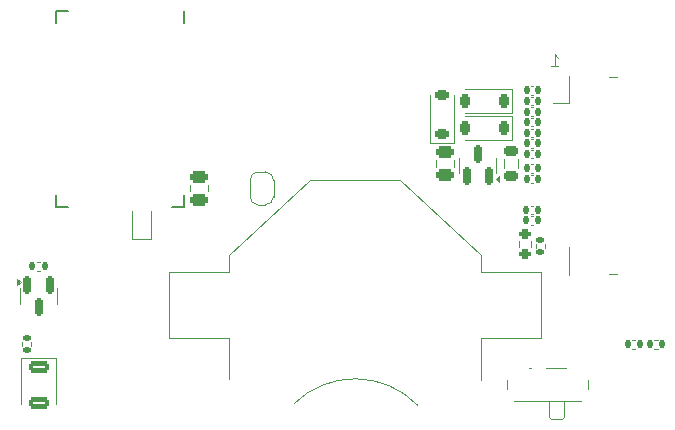
<source format=gbr>
%TF.GenerationSoftware,KiCad,Pcbnew,8.99.0-unknown-7a4b3602b9~181~ubuntu24.04.1*%
%TF.CreationDate,2024-12-15T13:41:54-05:00*%
%TF.ProjectId,nRF54L_ePaper,6e524635-344c-45f6-9550-617065722e6b,rev?*%
%TF.SameCoordinates,Original*%
%TF.FileFunction,Legend,Bot*%
%TF.FilePolarity,Positive*%
%FSLAX46Y46*%
G04 Gerber Fmt 4.6, Leading zero omitted, Abs format (unit mm)*
G04 Created by KiCad (PCBNEW 8.99.0-unknown-7a4b3602b9~181~ubuntu24.04.1) date 2024-12-15 13:41:54*
%MOMM*%
%LPD*%
G01*
G04 APERTURE LIST*
G04 Aperture macros list*
%AMRoundRect*
0 Rectangle with rounded corners*
0 $1 Rounding radius*
0 $2 $3 $4 $5 $6 $7 $8 $9 X,Y pos of 4 corners*
0 Add a 4 corners polygon primitive as box body*
4,1,4,$2,$3,$4,$5,$6,$7,$8,$9,$2,$3,0*
0 Add four circle primitives for the rounded corners*
1,1,$1+$1,$2,$3*
1,1,$1+$1,$4,$5*
1,1,$1+$1,$6,$7*
1,1,$1+$1,$8,$9*
0 Add four rect primitives between the rounded corners*
20,1,$1+$1,$2,$3,$4,$5,0*
20,1,$1+$1,$4,$5,$6,$7,0*
20,1,$1+$1,$6,$7,$8,$9,0*
20,1,$1+$1,$8,$9,$2,$3,0*%
%AMFreePoly0*
4,1,23,0.500000,-0.750000,0.000000,-0.750000,0.000000,-0.745722,-0.065263,-0.745722,-0.191342,-0.711940,-0.304381,-0.646677,-0.396677,-0.554381,-0.461940,-0.441342,-0.495722,-0.315263,-0.495722,-0.250000,-0.500000,-0.250000,-0.500000,0.250000,-0.495722,0.250000,-0.495722,0.315263,-0.461940,0.441342,-0.396677,0.554381,-0.304381,0.646677,-0.191342,0.711940,-0.065263,0.745722,0.000000,0.745722,
0.000000,0.750000,0.500000,0.750000,0.500000,-0.750000,0.500000,-0.750000,$1*%
%AMFreePoly1*
4,1,23,0.000000,0.745722,0.065263,0.745722,0.191342,0.711940,0.304381,0.646677,0.396677,0.554381,0.461940,0.441342,0.495722,0.315263,0.495722,0.250000,0.500000,0.250000,0.500000,-0.250000,0.495722,-0.250000,0.495722,-0.315263,0.461940,-0.441342,0.396677,-0.554381,0.304381,-0.646677,0.191342,-0.711940,0.065263,-0.745722,0.000000,-0.745722,0.000000,-0.750000,-0.500000,-0.750000,
-0.500000,0.750000,0.000000,0.750000,0.000000,0.745722,0.000000,0.745722,$1*%
G04 Aperture macros list end*
%ADD10C,0.100000*%
%ADD11C,0.120000*%
%ADD12C,0.150000*%
%ADD13R,1.700000X1.700000*%
%ADD14O,1.700000X1.700000*%
%ADD15C,0.990600*%
%ADD16RoundRect,0.135000X-0.135000X-0.185000X0.135000X-0.185000X0.135000X0.185000X-0.135000X0.185000X0*%
%ADD17RoundRect,0.135000X-0.185000X0.135000X-0.185000X-0.135000X0.185000X-0.135000X0.185000X0.135000X0*%
%ADD18RoundRect,0.140000X-0.140000X-0.170000X0.140000X-0.170000X0.140000X0.170000X-0.140000X0.170000X0*%
%ADD19RoundRect,0.225000X0.375000X-0.225000X0.375000X0.225000X-0.375000X0.225000X-0.375000X-0.225000X0*%
%ADD20R,1.300000X0.300000*%
%ADD21R,3.000000X2.000000*%
%ADD22FreePoly0,90.000000*%
%ADD23FreePoly1,90.000000*%
%ADD24RoundRect,0.225000X0.225000X0.375000X-0.225000X0.375000X-0.225000X-0.375000X0.225000X-0.375000X0*%
%ADD25RoundRect,0.200000X-0.275000X0.200000X-0.275000X-0.200000X0.275000X-0.200000X0.275000X0.200000X0*%
%ADD26RoundRect,0.135000X0.135000X0.185000X-0.135000X0.185000X-0.135000X-0.185000X0.135000X-0.185000X0*%
%ADD27R,5.000000X5.000000*%
%ADD28R,4.000000X4.000000*%
%ADD29O,2.400000X1.800000*%
%ADD30RoundRect,0.190000X-0.685000X0.285000X-0.685000X-0.285000X0.685000X-0.285000X0.685000X0.285000X0*%
%ADD31RoundRect,0.150000X-0.150000X0.587500X-0.150000X-0.587500X0.150000X-0.587500X0.150000X0.587500X0*%
%ADD32R,1.000000X0.800000*%
%ADD33C,0.900000*%
%ADD34R,0.700000X1.500000*%
%ADD35RoundRect,0.250000X0.475000X-0.250000X0.475000X0.250000X-0.475000X0.250000X-0.475000X-0.250000X0*%
%ADD36R,1.100000X0.600000*%
%ADD37RoundRect,0.150000X0.150000X-0.587500X0.150000X0.587500X-0.150000X0.587500X-0.150000X-0.587500X0*%
%ADD38C,0.400000*%
%ADD39R,0.400000X0.500000*%
%ADD40RoundRect,0.218750X-0.381250X0.218750X-0.381250X-0.218750X0.381250X-0.218750X0.381250X0.218750X0*%
G04 APERTURE END LIST*
D10*
X145602306Y-43762419D02*
X146173734Y-43762419D01*
X145888020Y-43762419D02*
X145888020Y-42762419D01*
X145888020Y-42762419D02*
X145983258Y-42905276D01*
X145983258Y-42905276D02*
X146078496Y-43000514D01*
X146078496Y-43000514D02*
X146173734Y-43048133D01*
D11*
%TO.C,R7*%
X102353641Y-60320000D02*
X102046359Y-60320000D01*
X102353641Y-61080000D02*
X102046359Y-61080000D01*
%TO.C,R9*%
X152743641Y-66920000D02*
X152436359Y-66920000D01*
X152743641Y-67680000D02*
X152436359Y-67680000D01*
%TO.C,R8*%
X100820000Y-67453641D02*
X100820000Y-67146359D01*
X101580000Y-67453641D02*
X101580000Y-67146359D01*
%TO.C,C23*%
X144082836Y-55565000D02*
X143867164Y-55565000D01*
X144082836Y-56285000D02*
X143867164Y-56285000D01*
%TO.C,D1*%
X135375000Y-46225000D02*
X135375000Y-50235000D01*
X135375000Y-50235000D02*
X137375000Y-50235000D01*
X137375000Y-46225000D02*
X137375000Y-50235000D01*
%TO.C,J2*%
X145800000Y-46900000D02*
X147100000Y-46900000D01*
X147100000Y-44600000D02*
X147100000Y-46900000D01*
X147100000Y-61400000D02*
X147100000Y-59100000D01*
X151180000Y-44630000D02*
X150500000Y-44630000D01*
X151180000Y-61370000D02*
X150500000Y-61370000D01*
%TO.C,C14*%
X144107836Y-46340000D02*
X143892164Y-46340000D01*
X144107836Y-47060000D02*
X143892164Y-47060000D01*
%TO.C,JP1*%
X120100000Y-54800000D02*
X120100000Y-53400000D01*
X120800000Y-52700000D02*
X121400000Y-52700000D01*
X121400000Y-55500000D02*
X120800000Y-55500000D01*
X122100000Y-53400000D02*
X122100000Y-54800000D01*
X120100000Y-53400000D02*
G75*
G02*
X120800000Y-52700000I700000J0D01*
G01*
X120800000Y-55500000D02*
G75*
G02*
X120100000Y-54800000I-1J699999D01*
G01*
X121400000Y-52700000D02*
G75*
G02*
X122100000Y-53400000I0J-700000D01*
G01*
X122100000Y-54800000D02*
G75*
G02*
X121400000Y-55500000I-699999J-1D01*
G01*
%TO.C,D3*%
X138300000Y-45700000D02*
X142310000Y-45700000D01*
X138300000Y-47700000D02*
X142310000Y-47700000D01*
X142310000Y-47700000D02*
X142310000Y-45700000D01*
%TO.C,C24*%
X144082836Y-56440000D02*
X143867164Y-56440000D01*
X144082836Y-57160000D02*
X143867164Y-57160000D01*
%TO.C,C20*%
X144107836Y-50840000D02*
X143892164Y-50840000D01*
X144107836Y-51560000D02*
X143892164Y-51560000D01*
%TO.C,R1*%
X144320000Y-59153641D02*
X144320000Y-58846359D01*
X145080000Y-59153641D02*
X145080000Y-58846359D01*
%TO.C,C15*%
X144107836Y-47240000D02*
X143892164Y-47240000D01*
X144107836Y-47960000D02*
X143892164Y-47960000D01*
%TO.C,R3*%
X142877500Y-59037258D02*
X142877500Y-58562742D01*
X143922500Y-59037258D02*
X143922500Y-58562742D01*
%TO.C,C22*%
X144107836Y-52040000D02*
X143892164Y-52040000D01*
X144107836Y-52760000D02*
X143892164Y-52760000D01*
%TO.C,C19*%
X144107836Y-49940000D02*
X143892164Y-49940000D01*
X144107836Y-50660000D02*
X143892164Y-50660000D01*
%TO.C,R10*%
X154336359Y-66920000D02*
X154643641Y-66920000D01*
X154336359Y-67680000D02*
X154643641Y-67680000D01*
%TO.C,BT1*%
X113250000Y-66800000D02*
X113250000Y-61200000D01*
X118320000Y-59750000D02*
X118320000Y-61200000D01*
X118320000Y-61200000D02*
X113250000Y-61200000D01*
X118320000Y-66800000D02*
X113250000Y-66800000D01*
X118320000Y-70280000D02*
X118320000Y-66800000D01*
X125200000Y-53370000D02*
X118320000Y-59750000D01*
X125200000Y-53370000D02*
X132800000Y-53370000D01*
X132800000Y-53370000D02*
X139680000Y-59750000D01*
X139680000Y-59750000D02*
X139680000Y-61200000D01*
X139680000Y-66800000D02*
X144750000Y-66800000D01*
X139680000Y-70350000D02*
X139680000Y-66800000D01*
X144750000Y-61200000D02*
X139680000Y-61200000D01*
X144750000Y-66800000D02*
X144750000Y-61200000D01*
X123830001Y-72330001D02*
G75*
G02*
X134306422Y-72467392I5169999J-5270000D01*
G01*
%TO.C,D4*%
X100740000Y-68465000D02*
X100740000Y-72350000D01*
X103660000Y-68465000D02*
X100740000Y-68465000D01*
X103660000Y-72350000D02*
X103660000Y-68465000D01*
%TO.C,Q2*%
X100640000Y-62550000D02*
X100640000Y-63200000D01*
X100640000Y-63850000D02*
X100640000Y-63200000D01*
X103760000Y-62550000D02*
X103760000Y-63200000D01*
X103760000Y-63850000D02*
X103760000Y-63200000D01*
X100690000Y-62037500D02*
X100360000Y-62277500D01*
X100360000Y-61797500D01*
X100690000Y-62037500D01*
G36*
X100690000Y-62037500D02*
G01*
X100360000Y-62277500D01*
X100360000Y-61797500D01*
X100690000Y-62037500D01*
G37*
%TO.C,C18*%
X144107836Y-49040000D02*
X143892164Y-49040000D01*
X144107836Y-49760000D02*
X143892164Y-49760000D01*
%TO.C,D2*%
X138305000Y-48000000D02*
X142315000Y-48000000D01*
X138305000Y-50000000D02*
X142315000Y-50000000D01*
X142315000Y-50000000D02*
X142315000Y-48000000D01*
%TO.C,C17*%
X144107836Y-48140000D02*
X143892164Y-48140000D01*
X144107836Y-48860000D02*
X143892164Y-48860000D01*
%TO.C,SW5*%
X141850000Y-70330000D02*
X141850000Y-71120000D01*
X142450000Y-72130000D02*
X148150000Y-72130000D01*
X143700000Y-69280000D02*
X143900000Y-69280000D01*
X145200000Y-69280000D02*
X146900000Y-69280000D01*
X145400000Y-72130000D02*
X145400000Y-73420000D01*
X145600000Y-73630000D02*
X145400000Y-73420000D01*
X145600000Y-73630000D02*
X146500000Y-73630000D01*
X146500000Y-73630000D02*
X146700000Y-73420000D01*
X146700000Y-73420000D02*
X146700000Y-72130000D01*
X148750000Y-71120000D02*
X148750000Y-70330000D01*
%TO.C,C1*%
X115065000Y-53838748D02*
X115065000Y-54361252D01*
X116535000Y-53838748D02*
X116535000Y-54361252D01*
%TO.C,C21*%
X144107836Y-52940000D02*
X143892164Y-52940000D01*
X144107836Y-53660000D02*
X143892164Y-53660000D01*
%TO.C,Y2*%
X110100000Y-55975000D02*
X110100000Y-58375000D01*
X110100000Y-58375000D02*
X111700000Y-58375000D01*
X111700000Y-58375000D02*
X111700000Y-55975000D01*
%TO.C,C13*%
X144107836Y-45440000D02*
X143892164Y-45440000D01*
X144107836Y-46160000D02*
X143892164Y-46160000D01*
%TO.C,C2*%
X135895000Y-51728748D02*
X135895000Y-52251252D01*
X137365000Y-51728748D02*
X137365000Y-52251252D01*
%TO.C,Q1*%
X137827500Y-51500000D02*
X137827500Y-52150000D01*
X137827500Y-52800000D02*
X137827500Y-52150000D01*
X140947500Y-51500000D02*
X140947500Y-52150000D01*
X140947500Y-52800000D02*
X140947500Y-52150000D01*
X141227500Y-53552500D02*
X140897500Y-53312500D01*
X141227500Y-53072500D01*
X141227500Y-53552500D01*
G36*
X141227500Y-53552500D02*
G01*
X140897500Y-53312500D01*
X141227500Y-53072500D01*
X141227500Y-53552500D01*
G37*
D12*
%TO.C,U1*%
X103700000Y-39100000D02*
X104700000Y-39100000D01*
X103700000Y-40100000D02*
X103700000Y-39100000D01*
X103700000Y-55700000D02*
X103700000Y-54700000D01*
X104700000Y-55700000D02*
X103700000Y-55700000D01*
X113500000Y-55700000D02*
X114500000Y-55700000D01*
X114500000Y-39100000D02*
X114500000Y-40100000D01*
X114500000Y-55700000D02*
X114500000Y-54700000D01*
D11*
%TO.C,L4*%
X141640000Y-52399622D02*
X141640000Y-51600378D01*
X142760000Y-52399622D02*
X142760000Y-51600378D01*
%TD*%
%LPC*%
D13*
%TO.C,JP2*%
X118300000Y-56775000D03*
D14*
X118300000Y-54235000D03*
%TD*%
D13*
%TO.C,J1*%
X101600000Y-50500000D03*
D14*
X101600000Y-53040000D03*
X101600000Y-55580000D03*
X101600000Y-58120000D03*
%TD*%
D15*
%TO.C,J4*%
X111797500Y-70750000D03*
X116877500Y-69734000D03*
X116877500Y-71766000D03*
%TD*%
D16*
%TO.C,R7*%
X101690000Y-60700000D03*
X102710000Y-60700000D03*
%TD*%
%TO.C,R9*%
X152080000Y-67300000D03*
X153100000Y-67300000D03*
%TD*%
D17*
%TO.C,R8*%
X101200000Y-66790000D03*
X101200000Y-67810000D03*
%TD*%
D18*
%TO.C,C23*%
X143495000Y-55925000D03*
X144455000Y-55925000D03*
%TD*%
D19*
%TO.C,D1*%
X136375000Y-49525000D03*
X136375000Y-46225000D03*
%TD*%
D20*
%TO.C,J2*%
X146450000Y-47250000D03*
X146450000Y-47750000D03*
X146450000Y-48250000D03*
X146450000Y-48750000D03*
X146450000Y-49250000D03*
X146450000Y-49750000D03*
X146450000Y-50250000D03*
X146450000Y-50750000D03*
X146450000Y-51250000D03*
X146450000Y-51750000D03*
X146450000Y-52250000D03*
X146450000Y-52750000D03*
X146450000Y-53250000D03*
X146450000Y-53750000D03*
X146450000Y-54250000D03*
X146450000Y-54750000D03*
X146450000Y-55250000D03*
X146450000Y-55750000D03*
X146450000Y-56250000D03*
X146450000Y-56750000D03*
X146450000Y-57250000D03*
X146450000Y-57750000D03*
X146450000Y-58250000D03*
X146450000Y-58750000D03*
D21*
X148800000Y-45600000D03*
X148800000Y-60400000D03*
%TD*%
D18*
%TO.C,C14*%
X143520000Y-46700000D03*
X144480000Y-46700000D03*
%TD*%
D22*
%TO.C,JP1*%
X121100000Y-54750000D03*
D23*
X121100000Y-53450000D03*
%TD*%
D24*
%TO.C,D3*%
X141600000Y-46700000D03*
X138300000Y-46700000D03*
%TD*%
D18*
%TO.C,C24*%
X143495000Y-56800000D03*
X144455000Y-56800000D03*
%TD*%
%TO.C,C20*%
X143520000Y-51200000D03*
X144480000Y-51200000D03*
%TD*%
D17*
%TO.C,R1*%
X144700000Y-58490000D03*
X144700000Y-59510000D03*
%TD*%
D18*
%TO.C,C15*%
X143520000Y-47600000D03*
X144480000Y-47600000D03*
%TD*%
D25*
%TO.C,R3*%
X143400000Y-57975000D03*
X143400000Y-59625000D03*
%TD*%
D18*
%TO.C,C22*%
X143520000Y-52400000D03*
X144480000Y-52400000D03*
%TD*%
%TO.C,C19*%
X143520000Y-50300000D03*
X144480000Y-50300000D03*
%TD*%
D26*
%TO.C,R10*%
X155000000Y-67300000D03*
X153980000Y-67300000D03*
%TD*%
D27*
%TO.C,BT1*%
X116050000Y-64000000D03*
X141950000Y-64000000D03*
D28*
X129000000Y-64000000D03*
%TD*%
D29*
%TO.C,D4*%
X102200000Y-70750000D03*
D30*
X102200000Y-69200000D03*
X102200000Y-72300000D03*
%TD*%
D31*
%TO.C,Q2*%
X101250000Y-62262500D03*
X103150000Y-62262500D03*
X102200000Y-64137500D03*
%TD*%
D18*
%TO.C,C18*%
X143520000Y-49400000D03*
X144480000Y-49400000D03*
%TD*%
D24*
%TO.C,D2*%
X141605000Y-49000000D03*
X138305000Y-49000000D03*
%TD*%
D18*
%TO.C,C17*%
X143520000Y-48500000D03*
X144480000Y-48500000D03*
%TD*%
D32*
%TO.C,SW5*%
X148950000Y-71830000D03*
X148950000Y-69620000D03*
D33*
X146800000Y-70730000D03*
X143800000Y-70730000D03*
D32*
X141650000Y-71830000D03*
X141650000Y-69620000D03*
D34*
X147550000Y-68970000D03*
X144550000Y-68970000D03*
X143050000Y-68970000D03*
%TD*%
D35*
%TO.C,C1*%
X115800000Y-55050000D03*
X115800000Y-53150000D03*
%TD*%
D18*
%TO.C,C21*%
X143520000Y-53300000D03*
X144480000Y-53300000D03*
%TD*%
D36*
%TO.C,Y2*%
X110900000Y-57875000D03*
X110900000Y-56475000D03*
%TD*%
D18*
%TO.C,C13*%
X143520000Y-45800000D03*
X144480000Y-45800000D03*
%TD*%
D35*
%TO.C,C2*%
X136630000Y-52940000D03*
X136630000Y-51040000D03*
%TD*%
D37*
%TO.C,Q1*%
X140337500Y-53087500D03*
X138437500Y-53087500D03*
X139387500Y-51212500D03*
%TD*%
D38*
%TO.C,U1*%
X113150000Y-47600000D03*
X113150000Y-49400000D03*
D39*
X113150000Y-55050000D03*
D38*
X113150000Y-54800000D03*
X112250000Y-47600000D03*
X112250000Y-48500000D03*
X112250000Y-49400000D03*
X112250000Y-50300000D03*
X112250000Y-51200000D03*
X112250000Y-52100000D03*
X112250000Y-53000000D03*
X112250000Y-53900000D03*
D39*
X112250000Y-55050000D03*
D38*
X112250000Y-54800000D03*
X111350000Y-53900000D03*
D39*
X111350000Y-55050000D03*
D38*
X111350000Y-54800000D03*
X110450000Y-47600000D03*
X110450000Y-53900000D03*
D39*
X110450000Y-55050000D03*
D38*
X110450000Y-54800000D03*
X109550000Y-47600000D03*
X109550000Y-53900000D03*
D39*
X109550000Y-55050000D03*
D38*
X109550000Y-54800000D03*
X108650000Y-47600000D03*
X108650000Y-53900000D03*
D39*
X108650000Y-55050000D03*
D38*
X108650000Y-54800000D03*
X107750000Y-48500000D03*
X107750000Y-53900000D03*
D39*
X107750000Y-55050000D03*
D38*
X107750000Y-54800000D03*
X106850000Y-48500000D03*
X106850000Y-53900000D03*
D39*
X106850000Y-55050000D03*
D38*
X106850000Y-54800000D03*
X105950000Y-48500000D03*
X105950000Y-49400000D03*
X105950000Y-50300000D03*
X105950000Y-51200000D03*
X105950000Y-52100000D03*
X105950000Y-53000000D03*
X105950000Y-53900000D03*
D39*
X105950000Y-55050000D03*
D38*
X105950000Y-54800000D03*
X105050000Y-48500000D03*
X105050000Y-49400000D03*
X105050000Y-50300000D03*
X105050000Y-51200000D03*
X105050000Y-52100000D03*
X105050000Y-53000000D03*
X105050000Y-53900000D03*
D39*
X105050000Y-55050000D03*
D38*
X105050000Y-54800000D03*
%TD*%
D40*
%TO.C,L4*%
X142200000Y-50937500D03*
X142200000Y-53062500D03*
%TD*%
%LPD*%
M02*

</source>
